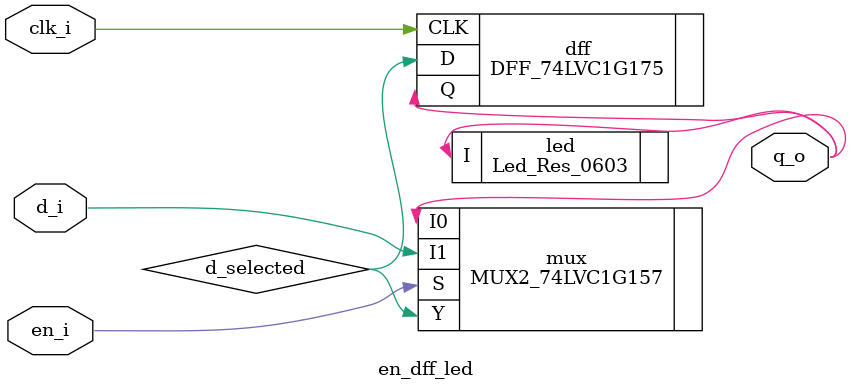
<source format=v>

module en_dff_led (
  `ifdef PWR_PINS
  input  VDD,
  input  GND,
  `endif
  input  en_i,
  input  clk_i,
  input  d_i,
  output q_o
);
  wire d_selected;

  MUX2_74LVC1G157 mux (
  `ifdef PWR_PINS
    .VDD ( VDD ),
    .GND ( GND ),
  `endif
    .I0 ( q_o        ),
    .I1 ( d_i        ),
    .S  ( en_i       ),
    .Y  ( d_selected )
  );

  DFF_74LVC1G175 dff (
  `ifdef PWR_PINS
    .VDD    ( VDD ),
    .TIE_HI ( VDD ),
    .GND    ( GND ),
  `endif
    .CLK ( clk_i      ),
    .D   ( d_selected ),
    .Q   ( q_o        )
  );

  Led_Res_0603 led (
  `ifdef PWR_PINS
    .GND ( GND ),
  `endif
    .I   ( q_o )
  );
endmodule

</source>
